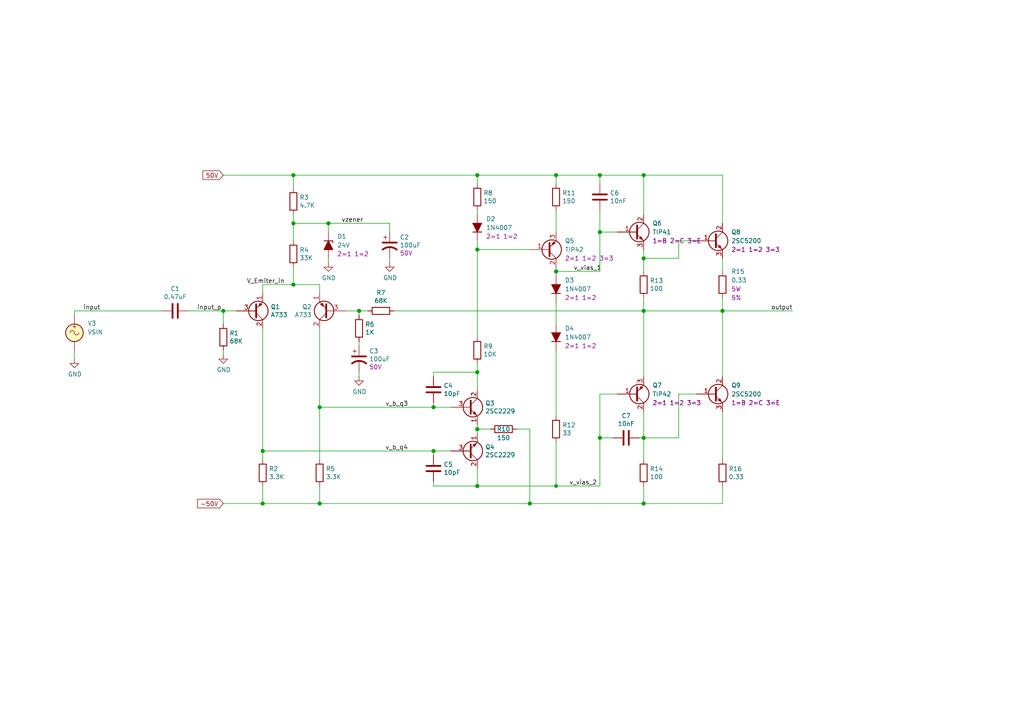
<source format=kicad_sch>
(kicad_sch (version 20231120) (generator "eeschema") (generator_version "8.0")
  (paper "A4")
  (title_block (title "Amplificador Zener 100W") (date "2021-06-23") (rev "v1.1.0") (company "https://maykolrey.com"))
  (lib_symbols
    (symbol "Device:C" (pin_numbers hide) (pin_names (offset 0.254))
      (property "Reference" "C" (at 0.635 2.54 0))
      (property "Value" "C" (at 0.635 -2.54 0))
      (symbol "C_0_1"
        (polyline (pts (xy -2.032 -0.762) (xy 2.032 -0.762)) (stroke (width 0.508)))
        (polyline (pts (xy -2.032 0.762) (xy 2.032 0.762)) (stroke (width 0.508)))
      )
      (symbol "C_1_1"
        (pin passive line (at 0 3.81 270) (length 2.794) (name "~") (number "1"))
        (pin passive line (at 0 -3.81 90) (length 2.794) (name "~") (number "2"))
      )
    )
    (symbol "Device:Q_NPN_BCE" (pin_names (offset 0) hide)
      (property "Reference" "Q" (at 5.08 1.27 0))
      (property "Value" "Q_NPN_BCE" (at 5.08 -1.27 0))
      (symbol "Q_NPN_BCE_0_1"
        (polyline (pts (xy 0.635 0.635) (xy 2.54 2.54)))
        (polyline (pts (xy 0.635 -0.635) (xy 2.54 -2.54) (xy 2.54 -2.54)))
        (polyline (pts (xy 0.635 1.905) (xy 0.635 -1.905) (xy 0.635 -1.905)) (stroke (width 0.508)))
        (polyline (pts (xy 1.27 -1.778) (xy 1.778 -1.27) (xy 2.286 -2.286) (xy 1.27 -1.778) (xy 1.27 -1.778)) (fill (type outline)))
        (circle (center 1.27 0) (radius 2.8194) (stroke (width 0.254)))
      )
      (symbol "Q_NPN_BCE_1_1"
        (pin input line (at -5.08 0 0) (length 5.715) (name "B") (number "1"))
        (pin passive line (at 2.54 5.08 270) (length 2.54) (name "C") (number "2"))
        (pin passive line (at 2.54 -5.08 90) (length 2.54) (name "E") (number "3"))
      )
    )
    (symbol "Device:Q_NPN_ECB" (pin_names (offset 0) hide)
      (property "Reference" "Q" (at 5.08 1.27 0))
      (property "Value" "Q_NPN_ECB" (at 5.08 -1.27 0))
      (symbol "Q_NPN_ECB_0_1"
        (polyline (pts (xy 0.635 0.635) (xy 2.54 2.54)))
        (polyline (pts (xy 0.635 -0.635) (xy 2.54 -2.54) (xy 2.54 -2.54)))
        (polyline (pts (xy 0.635 1.905) (xy 0.635 -1.905) (xy 0.635 -1.905)) (stroke (width 0.508)))
        (polyline (pts (xy 1.27 -1.778) (xy 1.778 -1.27) (xy 2.286 -2.286) (xy 1.27 -1.778) (xy 1.27 -1.778)) (fill (type outline)))
        (circle (center 1.27 0) (radius 2.8194) (stroke (width 0.254)))
      )
      (symbol "Q_NPN_ECB_1_1"
        (pin passive line (at 2.54 -5.08 90) (length 2.54) (name "E") (number "1"))
        (pin passive line (at 2.54 5.08 270) (length 2.54) (name "C") (number "2"))
        (pin passive line (at -5.08 0 0) (length 5.715) (name "B") (number "3"))
      )
    )
    (symbol "Device:Q_PNP_BCE" (pin_names (offset 0) hide)
      (property "Reference" "Q" (at 5.08 1.27 0))
      (property "Value" "Q_PNP_BCE" (at 5.08 -1.27 0))
      (symbol "Q_PNP_BCE_0_1"
        (polyline (pts (xy 0.635 0.635) (xy 2.54 2.54)))
        (polyline (pts (xy 0.635 -0.635) (xy 2.54 -2.54) (xy 2.54 -2.54)))
        (polyline (pts (xy 0.635 1.905) (xy 0.635 -1.905) (xy 0.635 -1.905)) (stroke (width 0.508)))
        (polyline (pts (xy 2.286 -1.778) (xy 1.778 -2.286) (xy 1.27 -1.27) (xy 2.286 -1.778) (xy 2.286 -1.778)) (fill (type outline)))
        (circle (center 1.27 0) (radius 2.8194) (stroke (width 0.254)))
      )
      (symbol "Q_PNP_BCE_1_1"
        (pin input line (at -5.08 0 0) (length 5.715) (name "B") (number "1"))
        (pin passive line (at 2.54 5.08 270) (length 2.54) (name "C") (number "2"))
        (pin passive line (at 2.54 -5.08 90) (length 2.54) (name "E") (number "3"))
      )
    )
    (symbol "Device:Q_PNP_ECB" (pin_names (offset 0) hide)
      (property "Reference" "Q" (at 5.08 1.27 0))
      (property "Value" "Q_PNP_ECB" (at 5.08 -1.27 0))
      (symbol "Q_PNP_ECB_0_1"
        (polyline (pts (xy 0.635 0.635) (xy 2.54 2.54)))
        (polyline (pts (xy 0.635 -0.635) (xy 2.54 -2.54) (xy 2.54 -2.54)))
        (polyline (pts (xy 0.635 1.905) (xy 0.635 -1.905) (xy 0.635 -1.905)) (stroke (width 0.508)))
        (polyline (pts (xy 2.286 -1.778) (xy 1.778 -2.286) (xy 1.27 -1.27) (xy 2.286 -1.778) (xy 2.286 -1.778)) (fill (type outline)))
        (circle (center 1.27 0) (radius 2.8194) (stroke (width 0.254)))
      )
      (symbol "Q_PNP_ECB_1_1"
        (pin passive line (at 2.54 -5.08 90) (length 2.54) (name "E") (number "1"))
        (pin passive line (at 2.54 5.08 270) (length 2.54) (name "C") (number "2"))
        (pin input line (at -5.08 0 0) (length 5.715) (name "B") (number "3"))
      )
    )
    (symbol "Device:R" (pin_numbers hide) (pin_names (offset 0))
      (property "Reference" "R" (at 2.032 0 90))
      (property "Value" "R" (at 0 0 90))
      (symbol "R_0_1"
        (rectangle (start -1.016 -2.54) (end 1.016 2.54) (stroke (width 0.254)))
      )
      (symbol "R_1_1"
        (pin passive line (at 0 3.81 270) (length 1.27) (name "~") (number "1"))
        (pin passive line (at 0 -3.81 90) (length 1.27) (name "~") (number "2"))
      )
    )
    (symbol "Simulation_SPICE:VDC" (pin_numbers hide) (pin_names (offset 0.0254))
      (property "Reference" "V" (at 2.54 2.54 0))
      (property "Value" "VDC" (at 2.54 0 0))
      (property "Spice_Model" "dc(1)" (at 2.54 -2.54 0))
      (symbol "VDC_0_0"
        (polyline (pts (xy -1.27 0.254) (xy 1.27 0.254)))
        (polyline (pts (xy -0.762 -0.254) (xy -1.27 -0.254)))
        (polyline (pts (xy 0.254 -0.254) (xy -0.254 -0.254)))
        (polyline (pts (xy 1.27 -0.254) (xy 0.762 -0.254)))
        (text "+" (at 0 1.905 0) (effects (font (size 1.27 1.27))))
      )
      (symbol "VDC_0_1"
        (circle (center 0 0) (radius 2.54) (stroke (width 0.254)) (fill (type background)))
      )
      (symbol "VDC_1_1"
        (pin passive line (at 0 5.08 270) (length 2.54) (name "~") (number "1"))
        (pin passive line (at 0 -5.08 90) (length 2.54) (name "~") (number "2"))
      )
    )
    (symbol "Simulation_SPICE:VSIN" (pin_numbers hide) (pin_names (offset 0.0254))
      (property "Reference" "V" (at 2.54 2.54 0))
      (property "Value" "VSIN" (at 2.54 0 0))
      (property "Spice_Model" "sin(0 1 1k)" (at 2.54 -2.54 0))
      (symbol "VSIN_0_0"
        (arc (start 0 0) (mid -0.635 0.6323) (end -1.27 0))
        (arc (start 0 0) (mid 0.635 -0.6323) (end 1.27 0))
        (text "+" (at 0 1.905 0) (effects (font (size 1.27 1.27))))
      )
      (symbol "VSIN_0_1"
        (circle (center 0 0) (radius 2.54) (stroke (width 0.254)) (fill (type background)))
      )
      (symbol "VSIN_1_1"
        (pin passive line (at 0 5.08 270) (length 2.54) (name "~") (number "1"))
        (pin passive line (at 0 -5.08 90) (length 2.54) (name "~") (number "2"))
      )
    )
    (symbol "amplificador_200w-rescue:CP1-Device" (pin_numbers hide) (pin_names (offset 0.254) hide)
      (property "Reference" "C" (at 0.635 2.54 0))
      (property "Value" "CP1-Device" (at 0.635 -2.54 0))
      (symbol "CP1-Device_0_1"
        (polyline (pts (xy -2.032 0.762) (xy 2.032 0.762)) (stroke (width 0.508)))
        (polyline (pts (xy -1.778 2.286) (xy -0.762 2.286)))
        (polyline (pts (xy -1.27 1.778) (xy -1.27 2.794)))
        (arc (start 2.032 -1.27) (mid 0 -0.5572) (end -2.032 -1.27) (stroke (width 0.508)))
      )
      (symbol "CP1-Device_1_1"
        (pin passive line (at 0 3.81 270) (length 2.794) (name "~") (number "1"))
        (pin passive line (at 0 -3.81 90) (length 3.302) (name "~") (number "2"))
      )
    )
    (symbol "amplificador_200w-rescue:D_ALT-Device" (pin_numbers hide) (pin_names (offset 1.016) hide)
      (property "Reference" "D" (at 0 2.54 0))
      (property "Value" "D_ALT-Device" (at 0 -2.54 0))
      (symbol "D_ALT-Device_0_1"
        (polyline (pts (xy -1.27 1.27) (xy -1.27 -1.27)) (stroke (width 0.254)))
        (polyline (pts (xy 1.27 0) (xy -1.27 0)))
        (polyline (pts (xy 1.27 1.27) (xy 1.27 -1.27) (xy -1.27 0) (xy 1.27 1.27)) (stroke (width 0.254)) (fill (type outline)))
      )
      (symbol "D_ALT-Device_1_1"
        (pin passive line (at -3.81 0 0) (length 2.54) (name "K") (number "1"))
        (pin passive line (at 3.81 0 180) (length 2.54) (name "A") (number "2"))
      )
    )
    (symbol "amplificador_200w-rescue:D_Zener_ALT-Device" (pin_numbers hide) (pin_names (offset 1.016) hide)
      (property "Reference" "D" (at 0 2.54 0))
      (property "Value" "D_Zener_ALT-Device" (at 0 -2.54 0))
      (symbol "D_Zener_ALT-Device_0_1"
        (polyline (pts (xy 1.27 0) (xy -1.27 0)))
        (polyline (pts (xy -1.27 -1.27) (xy -1.27 1.27) (xy -0.762 1.27)) (stroke (width 0.254)))
        (polyline (pts (xy 1.27 -1.27) (xy 1.27 1.27) (xy -1.27 0) (xy 1.27 -1.27)) (stroke (width 0.254)) (fill (type outline)))
      )
      (symbol "D_Zener_ALT-Device_1_1"
        (pin passive line (at -3.81 0 0) (length 2.54) (name "K") (number "1"))
        (pin passive line (at 3.81 0 180) (length 2.54) (name "A") (number "2"))
      )
    )
    (symbol "power:GND" (power) (pin_names (offset 0))
      (property "Value" "GND" (at 0 -3.81 0))
      (symbol "GND_0_1"
        (polyline (pts (xy 0 0) (xy 0 -1.27) (xy 1.27 -1.27) (xy 0 -2.54) (xy -1.27 -1.27) (xy 0 -1.27)))
      )
      (symbol "GND_1_1"
        (pin power_in line (at 0 0 270) (length 0) hide (name "GND") (number "1"))
      )
    )
  )
  (junction (at 138.43 50.8) (diameter 1.016))
  (junction (at 76.2 130.81) (diameter 1.016))
  (junction (at 138.43 72.39) (diameter 1.016))
  (junction (at 92.71 146.05) (diameter 1.016))
  (junction (at 64.77 90.17) (diameter 1.016))
  (junction (at 153.67 146.05) (diameter 1.016))
  (junction (at 104.14 90.17) (diameter 1.016))
  (junction (at 85.09 82.55) (diameter 1.016))
  (junction (at 209.55 90.17) (diameter 1.016))
  (junction (at 186.69 90.17) (diameter 1.016))
  (junction (at 161.29 140.97))
  (junction (at 138.43 124.46) (diameter 1.016))
  (junction (at 173.99 50.8) (diameter 1.016))
  (junction (at 92.71 118.11) (diameter 1.016))
  (junction (at 76.2 146.05) (diameter 1.016))
  (junction (at 186.69 50.8) (diameter 1.016))
  (junction (at 186.69 74.93) (diameter 1.016))
  (junction (at 138.43 107.95) (diameter 1.016))
  (junction (at 186.69 127) (diameter 1.016))
  (junction (at 186.69 146.05) (diameter 1.016))
  (junction (at 125.73 130.81) (diameter 1.016))
  (junction (at 173.99 127) (diameter 1.016))
  (junction (at 173.99 67.31) (diameter 1.016))
  (junction (at 125.73 118.11) (diameter 1.016))
  (junction (at 138.43 140.97) (diameter 1.016))
  (junction (at -44.45 8.89))
  (junction (at 85.09 64.77) (diameter 1.016))
  (junction (at 161.29 78.74) (diameter 1.016))
  (junction (at 85.09 50.8) (diameter 1.016))
  (junction (at 161.29 50.8) (diameter 1.016))
  (junction (at 95.25 64.77) (diameter 1.016))
  (wire (pts (xy 95.25 67.31) (xy 95.25 64.77)))
  (wire (pts (xy 209.55 90.17) (xy 186.69 90.17)))
  (wire (pts (xy 196.85 114.3) (xy 196.85 127)))
  (wire (pts (xy 209.55 50.8) (xy 186.69 50.8)))
  (wire (pts (xy 125.73 139.7) (xy 125.73 140.97)))
  (wire (pts (xy 209.55 146.05) (xy 186.69 146.05)))
  (wire (pts (xy 161.29 128.27) (xy 161.29 140.97)))
  (wire (pts (xy 95.25 76.2) (xy 95.25 74.93)))
  (wire (pts (xy 85.09 62.23) (xy 85.09 64.77)))
  (wire (pts (xy 113.03 67.31) (xy 113.03 64.77)))
  (wire (pts (xy 21.59 104.14) (xy 21.59 101.6)))
  (wire (pts (xy 138.43 72.39) (xy 138.43 97.79)))
  (wire (pts (xy 130.81 130.81) (xy 125.73 130.81)))
  (wire (pts (xy 186.69 146.05) (xy 153.67 146.05)))
  (wire (pts (xy 85.09 64.77) (xy 85.09 69.85)))
  (wire (pts (xy 186.69 119.38) (xy 186.69 127)))
  (wire (pts (xy -44.45 24.13) (xy -44.45 20.32)))
  (wire (pts (xy -44.45 8.89) (xy -44.45 10.16)))
  (wire (pts (xy 142.24 124.46) (xy 138.43 124.46)))
  (wire (pts (xy 209.55 64.77) (xy 209.55 50.8)))
  (wire (pts (xy 138.43 50.8) (xy 85.09 50.8)))
  (wire (pts (xy 138.43 124.46) (xy 138.43 125.73)))
  (wire (pts (xy 177.8 127) (xy 173.99 127)))
  (wire (pts (xy 201.93 69.85) (xy 196.85 69.85)))
  (wire (pts (xy 161.29 101.6) (xy 161.29 120.65)))
  (wire (pts (xy -44.45 -6.35) (xy -44.45 -2.54)))
  (wire (pts (xy 153.67 124.46) (xy 153.67 146.05)))
  (wire (pts (xy 186.69 72.39) (xy 186.69 74.93)))
  (wire (pts (xy 173.99 78.74) (xy 173.99 67.31)))
  (wire (pts (xy 161.29 53.34) (xy 161.29 50.8)))
  (wire (pts (xy 161.29 77.47) (xy 161.29 78.74)))
  (wire (pts (xy 76.2 130.81) (xy 76.2 95.25)))
  (wire (pts (xy 130.81 118.11) (xy 125.73 118.11)))
  (wire (pts (xy 92.71 95.25) (xy 92.71 118.11)))
  (wire (pts (xy -44.45 -6.35) (xy -36.83 -6.35)))
  (wire (pts (xy 173.99 127) (xy 173.99 114.3)))
  (wire (pts (xy 76.2 146.05) (xy 92.71 146.05)))
  (wire (pts (xy 54.61 90.17) (xy 64.77 90.17)))
  (wire (pts (xy 179.07 67.31) (xy 173.99 67.31)))
  (wire (pts (xy 92.71 85.09) (xy 92.71 82.55)))
  (wire (pts (xy 76.2 140.97) (xy 76.2 146.05)))
  (wire (pts (xy 114.3 90.17) (xy 186.69 90.17)))
  (wire (pts (xy 104.14 90.17) (xy 100.33 90.17)))
  (wire (pts (xy 161.29 140.97) (xy 173.99 140.97)))
  (wire (pts (xy 161.29 78.74) (xy 161.29 80.01)))
  (wire (pts (xy 138.43 140.97) (xy 161.29 140.97)))
  (wire (pts (xy 64.77 93.98) (xy 64.77 90.17)))
  (wire (pts (xy 92.71 146.05) (xy 92.71 140.97)))
  (wire (pts (xy 209.55 90.17) (xy 229.87 90.17)))
  (wire (pts (xy 201.93 114.3) (xy 196.85 114.3)))
  (wire (pts (xy 149.86 124.46) (xy 153.67 124.46)))
  (wire (pts (xy 209.55 86.36) (xy 209.55 90.17)))
  (wire (pts (xy 125.73 118.11) (xy 92.71 118.11)))
  (wire (pts (xy 64.77 102.87) (xy 64.77 101.6)))
  (wire (pts (xy 95.25 64.77) (xy 85.09 64.77)))
  (wire (pts (xy 85.09 82.55) (xy 76.2 82.55)))
  (wire (pts (xy 21.59 90.17) (xy 21.59 91.44)))
  (wire (pts (xy 85.09 50.8) (xy 85.09 54.61)))
  (wire (pts (xy 161.29 87.63) (xy 161.29 93.98)))
  (wire (pts (xy 76.2 133.35) (xy 76.2 130.81)))
  (wire (pts (xy 64.77 90.17) (xy 68.58 90.17)))
  (wire (pts (xy 125.73 116.84) (xy 125.73 118.11)))
  (wire (pts (xy 196.85 127) (xy 186.69 127)))
  (wire (pts (xy 76.2 82.55) (xy 76.2 85.09)))
  (wire (pts (xy 138.43 53.34) (xy 138.43 50.8)))
  (wire (pts (xy 138.43 140.97) (xy 138.43 135.89)))
  (wire (pts (xy 173.99 67.31) (xy 173.99 60.96)))
  (wire (pts (xy 186.69 62.23) (xy 186.69 50.8)))
  (wire (pts (xy 209.55 78.74) (xy 209.55 74.93)))
  (wire (pts (xy 196.85 69.85) (xy 196.85 74.93)))
  (wire (pts (xy -33.02 8.89) (xy -44.45 8.89)))
  (wire (pts (xy 138.43 113.03) (xy 138.43 107.95)))
  (wire (pts (xy 104.14 109.22) (xy 104.14 107.95)))
  (wire (pts (xy 92.71 118.11) (xy 92.71 133.35)))
  (wire (pts (xy 113.03 76.2) (xy 113.03 74.93)))
  (wire (pts (xy 125.73 140.97) (xy 138.43 140.97)))
  (wire (pts (xy 138.43 60.96) (xy 138.43 62.23)))
  (wire (pts (xy 209.55 109.22) (xy 209.55 90.17)))
  (wire (pts (xy 173.99 140.97) (xy 173.99 127)))
  (wire (pts (xy 138.43 107.95) (xy 125.73 107.95)))
  (wire (pts (xy 153.67 72.39) (xy 138.43 72.39)))
  (wire (pts (xy -36.83 24.13) (xy -44.45 24.13)))
  (wire (pts (xy 92.71 146.05) (xy 153.67 146.05)))
  (wire (pts (xy 186.69 127) (xy 185.42 127)))
  (wire (pts (xy 161.29 50.8) (xy 138.43 50.8)))
  (wire (pts (xy 125.73 132.08) (xy 125.73 130.81)))
  (wire (pts (xy 104.14 100.33) (xy 104.14 99.06)))
  (wire (pts (xy 196.85 74.93) (xy 186.69 74.93)))
  (wire (pts (xy 186.69 86.36) (xy 186.69 90.17)))
  (wire (pts (xy 64.77 50.8) (xy 85.09 50.8)))
  (wire (pts (xy 113.03 64.77) (xy 95.25 64.77)))
  (wire (pts (xy 161.29 60.96) (xy 161.29 67.31)))
  (wire (pts (xy 186.69 109.22) (xy 186.69 90.17)))
  (wire (pts (xy 21.59 90.17) (xy 46.99 90.17)))
  (wire (pts (xy 173.99 50.8) (xy 161.29 50.8)))
  (wire (pts (xy -44.45 8.89) (xy -44.45 7.62)))
  (wire (pts (xy 173.99 114.3) (xy 179.07 114.3)))
  (wire (pts (xy 186.69 133.35) (xy 186.69 127)))
  (wire (pts (xy 209.55 119.38) (xy 209.55 133.35)))
  (wire (pts (xy 85.09 77.47) (xy 85.09 82.55)))
  (wire (pts (xy 64.77 146.05) (xy 76.2 146.05)))
  (wire (pts (xy 125.73 107.95) (xy 125.73 109.22)))
  (wire (pts (xy 106.68 90.17) (xy 104.14 90.17)))
  (wire (pts (xy 138.43 105.41) (xy 138.43 107.95)))
  (wire (pts (xy 186.69 140.97) (xy 186.69 146.05)))
  (wire (pts (xy 209.55 140.97) (xy 209.55 146.05)))
  (wire (pts (xy 173.99 53.34) (xy 173.99 50.8)))
  (wire (pts (xy 186.69 74.93) (xy 186.69 78.74)))
  (wire (pts (xy 92.71 82.55) (xy 85.09 82.55)))
  (wire (pts (xy 104.14 91.44) (xy 104.14 90.17)))
  (wire (pts (xy 186.69 50.8) (xy 173.99 50.8)))
  (wire (pts (xy 138.43 69.85) (xy 138.43 72.39)))
  (wire (pts (xy 161.29 78.74) (xy 173.99 78.74)))
  (wire (pts (xy 138.43 123.19) (xy 138.43 124.46)))
  (wire (pts (xy 125.73 130.81) (xy 76.2 130.81)))
  (label "input" (at 24.13 90.17 0))
  (label "v_vias_1" (at 166.37 78.74 0))
  (label "v_b_q4" (at 111.76 130.81 0))
  (label "v_b_q3" (at 111.76 118.11 0))
  (label "v_vias_2" (at 165.1 140.97 0))
  (label "input_p" (at 57.15 90.17 0))
  (label "V_Emiter_in" (at 82.55 82.55 180))
  (label "output" (at 229.87 90.17 180))
  (label "vzener" (at 99.06 64.77 0))
  (global_label "50V" (shape output) (at -36.83 -6.35 0) (property "Intersheetrefs" "${INTERSHEET_REFS}" (effects (hide yes))))
  (global_label "-50V" (shape input) (at 64.77 146.05 180) (property "Intersheetrefs" "${INTERSHEET_REFS}" (effects (hide yes))))
  (global_label "-50V" (shape output) (at -36.83 24.13 0) (property "Intersheetrefs" "${INTERSHEET_REFS}" (effects (hide yes))))
  (global_label "50V" (shape input) (at 64.77 50.8 180) (property "Intersheetrefs" "${INTERSHEET_REFS}" (effects (hide yes))))
  (symbol (lib_id "power:GND") (at 21.59 104.14 0) (unit 1)
    (property "Reference" "#PWR0101" (effects (hide yes)))
    (property "Value" "GND" (at 21.717 108.5342 0))
  )
  (symbol (lib_id "power:GND") (at -33.02 8.89 90) (unit 1)
    (property "Reference" "#PWR01" (effects (hide yes)))
    (property "Value" "GND" (at -28.6258 8.763 0))
  )
  (symbol (lib_id "Device:Q_PNP_ECB") (at 73.66 90.17 0) (mirror x) (unit 1)
    (property "Reference" "Q1" (at 78.486 89.0016 0) (effects (justify left)))
    (property "Value" "A733" (at 78.486 91.313 0) (effects (justify left)))
    (property "Footprint" "Package_TO_SOT_THT:TO-92L_HandSolder" (effects (hide yes)))
    (property "Mfg Part #" "KSA733CGBU" (effects (hide yes)))
    (property "Sim.Library" "/home/maykol/Documentos/spice/2n3906.mod" (effects (hide yes)))
    (property "Sim.Name" "KSA733" (effects (hide yes)))
    (property "Sim.Pins" "2=1 3=2 1=3" (effects (hide yes)))
  )
  (symbol (lib_id "Device:Q_PNP_ECB") (at 95.25 90.17 180) (unit 1)
    (property "Reference" "Q2" (at 90.3986 89.0016 0) (effects (justify left)))
    (property "Value" "A733" (at 90.3986 91.313 0) (effects (justify left)))
    (property "Footprint" "Package_TO_SOT_THT:TO-92L_HandSolder" (effects (hide yes)))
    (property "Mfg Part #" "KSA733CGBU" (effects (hide yes)))
    (property "Sim.Library" "/home/maykol/Documentos/spice/2n3906.mod" (effects (hide yes)))
    (property "Sim.Name" "KSA733" (effects (hide yes)))
    (property "Sim.Pins" "2=1 3=2 1=3" (effects (hide yes)))
  )
  (symbol (lib_id "Device:R") (at 76.2 137.16 0) (unit 1)
    (property "Reference" "R2" (at 77.978 135.9916 0) (effects (justify left)))
    (property "Value" "3.3K" (at 77.978 138.303 0) (effects (justify left)))
    (property "Footprint" "Resistor_THT:R_Axial_DIN0207_L6.3mm_D2.5mm_P7.62mm_Horizontal" (effects (hide yes)))
  )
  (symbol (lib_id "Device:R") (at 92.71 137.16 0) (unit 1)
    (property "Reference" "R5" (at 94.488 135.9916 0) (effects (justify left)))
    (property "Value" "3.3K" (at 94.488 138.303 0) (effects (justify left)))
    (property "Footprint" "Resistor_THT:R_Axial_DIN0207_L6.3mm_D2.5mm_P7.62mm_Horizontal" (effects (hide yes)))
  )
  (symbol (lib_id "Device:R") (at 64.77 97.79 0) (unit 1)
    (property "Reference" "R1" (at 66.548 96.6216 0) (effects (justify left)))
    (property "Value" "68K" (at 66.548 98.933 0) (effects (justify left)))
    (property "Footprint" "Resistor_THT:R_Axial_DIN0207_L6.3mm_D2.5mm_P7.62mm_Horizontal" (effects (hide yes)))
  )
  (symbol (lib_id "Device:C") (at 50.8 90.17 270) (unit 1)
    (property "Reference" "C1" (at 50.8 83.7692 90))
    (property "Value" "0.47uF" (at 50.8 86.0806 90))
    (property "Footprint" "Capacitor_THT:C_Disc_D9.0mm_W2.5mm_P5.00mm" (effects (hide yes)))
  )
  (symbol (lib_id "power:GND") (at 64.77 102.87 0) (unit 1)
    (property "Reference" "#PWR02" (effects (hide yes)))
    (property "Value" "GND" (at 64.897 107.2642 0))
  )
  (symbol (lib_id "Device:R") (at 85.09 73.66 0) (unit 1)
    (property "Reference" "R4" (at 86.868 72.4916 0) (effects (justify left)))
    (property "Value" "33K" (at 86.868 74.803 0) (effects (justify left)))
    (property "Footprint" "Resistor_THT:R_Axial_DIN0207_L6.3mm_D2.5mm_P7.62mm_Horizontal" (effects (hide yes)))
  )
  (symbol (lib_id "amplificador_200w-rescue:D_Zener_ALT-Device") (at 95.25 71.12 270) (unit 1)
    (property "Reference" "D1" (at 97.79 68.5799 90) (effects (justify left)))
    (property "Value" "24V" (at 97.79 71.1199 90) (effects (justify left)))
    (property "Footprint" "Diode_THT:D_A-405_P10.16mm_Horizontal" (effects (hide yes)))
    (property "Sim.Library" "/home/maykol/Documentos/spice/kdzvtf24b.lib" (effects (hide yes)))
    (property "Sim.Name" "DKDZVTF24B" (effects (hide yes)))
    (property "Sim.Pins" "2=1 1=2" (at 97.79 73.6599 90) (effects (justify left)))
  )
  (symbol (lib_id "amplificador_200w-rescue:CP1-Device") (at 113.03 71.12 0) (unit 1)
    (property "Reference" "C2" (at 115.951 68.8086 0) (effects (justify left)))
    (property "Value" "100uF" (at 115.951 71.12 0) (effects (justify left)))
    (property "Footprint" "Capacitor_THT:CP_Radial_D8.0mm_P3.50mm" (effects (hide yes)))
    (property "V" "50V" (at 115.951 73.4314 0) (effects (justify left)))
  )
  (symbol (lib_id "power:GND") (at 95.25 76.2 0) (unit 1)
    (property "Reference" "#PWR03" (effects (hide yes)))
    (property "Value" "GND" (at 95.377 80.5942 0))
  )
  (symbol (lib_id "Device:R") (at 85.09 58.42 0) (unit 1)
    (property "Reference" "R3" (at 86.868 57.2516 0) (effects (justify left)))
    (property "Value" "4.7K" (at 86.868 59.563 0) (effects (justify left)))
    (property "Footprint" "Resistor_THT:R_Axial_DIN0207_L6.3mm_D2.5mm_P7.62mm_Horizontal" (effects (hide yes)))
  )
  (symbol (lib_id "Device:R") (at 104.14 95.25 0) (unit 1)
    (property "Reference" "R6" (at 105.918 94.0816 0) (effects (justify left)))
    (property "Value" "1K" (at 105.918 96.393 0) (effects (justify left)))
    (property "Footprint" "Resistor_THT:R_Axial_DIN0207_L6.3mm_D2.5mm_P7.62mm_Horizontal" (effects (hide yes)))
  )
  (symbol (lib_id "amplificador_200w-rescue:CP1-Device") (at 104.14 104.14 0) (unit 1)
    (property "Reference" "C3" (at 107.061 101.8286 0) (effects (justify left)))
    (property "Value" "100uF" (at 107.061 104.14 0) (effects (justify left)))
    (property "Footprint" "Capacitor_THT:CP_Radial_D8.0mm_P3.50mm" (effects (hide yes)))
    (property "V" "50V" (at 107.061 106.4514 0) (effects (justify left)))
  )
  (symbol (lib_id "Device:R") (at 110.49 90.17 270) (unit 1)
    (property "Reference" "R7" (at 110.49 84.9122 90))
    (property "Value" "68K" (at 110.49 87.2236 90))
    (property "Footprint" "Resistor_THT:R_Axial_DIN0207_L6.3mm_D2.5mm_P7.62mm_Horizontal" (effects (hide yes)))
  )
  (symbol (lib_id "power:GND") (at 113.03 76.2 0) (unit 1)
    (property "Reference" "#PWR04" (effects (hide yes)))
    (property "Value" "GND" (at 113.157 80.5942 0))
  )
  (symbol (lib_id "power:GND") (at 104.14 109.22 0) (unit 1)
    (property "Reference" "#PWR05" (effects (hide yes)))
    (property "Value" "GND" (at 104.267 113.6142 0))
  )
  (symbol (lib_id "Device:Q_NPN_ECB") (at 135.89 118.11 0) (unit 1)
    (property "Reference" "Q3" (at 140.716 116.9416 0) (effects (justify left)))
    (property "Value" "2SC2229" (at 140.716 119.253 0) (effects (justify left)))
    (property "Footprint" "Package_TO_SOT_THT:TO-92L_HandSolder" (effects (hide yes)))
    (property "Sim.Library" "/home/maykol/Documentos/spice/2n3906.mod" (effects (hide yes)))
    (property "Sim.Name" "2SC2229" (effects (hide yes)))
    (property "Sim.Pins" "2=1 3=2 1=3" (effects (hide yes)))
  )
  (symbol (lib_id "Device:Q_NPN_ECB") (at 135.89 130.81 0) (mirror x) (unit 1)
    (property "Reference" "Q4" (at 140.716 129.6416 0) (effects (justify left)))
    (property "Value" "2SC2229" (at 140.716 131.953 0) (effects (justify left)))
    (property "Footprint" "Package_TO_SOT_THT:TO-92L_HandSolder" (effects (hide yes)))
    (property "Sim.Library" "/home/maykol/Documentos/spice/2n3906.mod" (effects (hide yes)))
    (property "Sim.Name" "2SC2229" (effects (hide yes)))
    (property "Sim.Pins" "2=1 3=2 1=3" (effects (hide yes)))
  )
  (symbol (lib_id "Device:R") (at 146.05 124.46 270) (unit 1)
    (property "Reference" "R10" (at 146.05 124.46 90))
    (property "Value" "150" (at 146.05 127 90))
    (property "Footprint" "Resistor_THT:R_Axial_DIN0207_L6.3mm_D2.5mm_P7.62mm_Horizontal" (effects (hide yes)))
  )
  (symbol (lib_id "Device:C") (at 125.73 113.03 180) (unit 1)
    (property "Reference" "C4" (at 128.651 111.8616 0) (effects (justify right)))
    (property "Value" "10pF" (at 128.651 114.173 0) (effects (justify right)))
    (property "Footprint" "Capacitor_THT:C_Disc_D5.0mm_W2.5mm_P5.00mm" (effects (hide yes)))
  )
  (symbol (lib_id "Device:C") (at 125.73 135.89 180) (unit 1)
    (property "Reference" "C5" (at 128.651 134.7216 0) (effects (justify right)))
    (property "Value" "10pF" (at 128.651 137.033 0) (effects (justify right)))
    (property "Footprint" "Capacitor_THT:C_Disc_D5.0mm_W2.5mm_P5.00mm" (effects (hide yes)))
  )
  (symbol (lib_id "Device:R") (at 138.43 101.6 180) (unit 1)
    (property "Reference" "R9" (at 140.208 100.4316 0) (effects (justify right)))
    (property "Value" "10K" (at 140.208 102.743 0) (effects (justify right)))
    (property "Footprint" "Resistor_THT:R_Axial_DIN0207_L6.3mm_D2.5mm_P7.62mm_Horizontal" (effects (hide yes)))
  )
  (symbol (lib_id "amplificador_200w-rescue:D_ALT-Device") (at 138.43 66.04 90) (unit 1)
    (property "Reference" "D2" (at 140.97 63.4999 90) (effects (justify right)))
    (property "Value" "1N4007" (at 140.97 66.0399 90) (effects (justify right)))
    (property "Footprint" "Diode_THT:D_DO-41_SOD81_P10.16mm_Horizontal" (effects (hide yes)))
    (property "Sim.Library" "/home/maykol/Documentos/spice/2n3906.mod" (effects (hide yes)))
    (property "Sim.Name" "1N4007" (effects (hide yes)))
    (property "Sim.Pins" "2=1 1=2" (at 140.97 68.5799 90) (effects (justify right)))
  )
  (symbol (lib_id "Device:R") (at 138.43 57.15 180) (unit 1)
    (property "Reference" "R8" (at 140.208 55.9816 0) (effects (justify right)))
    (property "Value" "150" (at 140.208 58.293 0) (effects (justify right)))
    (property "Footprint" "Resistor_THT:R_Axial_DIN0207_L6.3mm_D2.5mm_P7.62mm_Horizontal" (effects (hide yes)))
  )
  (symbol (lib_id "amplificador_200w-rescue:D_ALT-Device") (at 161.29 97.79 90) (unit 1)
    (property "Reference" "D4" (at 163.83 95.2499 90) (effects (justify right)))
    (property "Value" "1N4007" (at 163.83 97.7899 90) (effects (justify right)))
    (property "Footprint" "Diode_THT:D_DO-41_SOD81_P10.16mm_Horizontal" (effects (hide yes)))
    (property "Sim.Library" "/home/maykol/Documentos/spice/2n3906.mod" (effects (hide yes)))
    (property "Sim.Name" "1N4007" (effects (hide yes)))
    (property "Sim.Pins" "2=1 1=2" (at 163.83 100.3299 90) (effects (justify right)))
  )
  (symbol (lib_id "amplificador_200w-rescue:D_ALT-Device") (at 161.29 83.82 90) (unit 1)
    (property "Reference" "D3" (at 163.83 81.2799 90) (effects (justify right)))
    (property "Value" "1N4007" (at 163.83 83.8199 90) (effects (justify right)))
    (property "Footprint" "Diode_THT:D_DO-41_SOD81_P10.16mm_Horizontal" (effects (hide yes)))
    (property "Sim.Library" "/home/maykol/Documentos/spice/2n3906.mod" (effects (hide yes)))
    (property "Sim.Name" "1N4007" (effects (hide yes)))
    (property "Sim.Pins" "2=1 1=2" (at 163.83 86.3599 90) (effects (justify right)))
  )
  (symbol (lib_id "Device:Q_PNP_BCE") (at 158.75 72.39 0) (mirror x) (unit 1)
    (property "Reference" "Q5" (at 163.83 69.8499 0) (effects (justify left)))
    (property "Value" "TIP42" (at 163.83 72.3899 0) (effects (justify left)))
    (property "Footprint" "Package_TO_SOT_THT:TO-220-3_Vertical" (effects (hide yes)))
    (property "Sim.Library" "/home/maykol/Documentos/spice/2n5401.lib" (effects (hide yes)))
    (property "Sim.Name" "2N5401" (effects (hide yes)))
    (property "Sim.Pins" "2=1 1=2 3=3" (at 163.83 74.9299 0) (effects (justify left)))
  )
  (symbol (lib_id "Device:R") (at 161.29 57.15 180) (unit 1)
    (property "Reference" "R11" (at 163.068 55.9816 0) (effects (justify right)))
    (property "Value" "150" (at 163.068 58.293 0) (effects (justify right)))
    (property "Footprint" "Resistor_THT:R_Axial_DIN0207_L6.3mm_D2.5mm_P7.62mm_Horizontal" (effects (hide yes)))
  )
  (symbol (lib_id "Device:Q_PNP_BCE") (at 184.15 114.3 0) (mirror x) (unit 1)
    (property "Reference" "Q7" (at 189.23 111.7599 0) (effects (justify left)))
    (property "Value" "TIP42" (at 189.23 114.2999 0) (effects (justify left)))
    (property "Footprint" "Package_TO_SOT_THT:TO-220-3_Vertical" (effects (hide yes)))
    (property "Sim.Library" "/home/maykol/Documentos/spice/2n5551.lib" (effects (hide yes)))
    (property "Sim.Name" "2N5551" (effects (hide yes)))
    (property "Sim.Pins" "2=1 1=2 3=3" (at 189.23 116.8399 0) (effects (justify left)))
  )
  (symbol (lib_id "Device:Q_NPN_BCE") (at 184.15 67.31 0) (unit 1)
    (property "Reference" "Q6" (at 189.23 64.7699 0) (effects (justify left)))
    (property "Value" "TIP41" (at 189.23 67.3099 0) (effects (justify left)))
    (property "Footprint" "Package_TO_SOT_THT:TO-220-3_Vertical" (effects (hide yes)))
    (property "Sim.Library" "/home/maykol/Documentos/spice/2n5551.lib" (effects (hide yes)))
    (property "Sim.Name" "2N5551" (effects (hide yes)))
    (property "Sim.Pins" "1=B 2=C 3=E" (at 189.23 69.8499 0) (effects (justify left)))
    (property "Sim.Device" "NPN" (effects (hide yes)))
    (property "Sim.Type" "GUMMELPOON" (effects (hide yes)))
  )
  (symbol (lib_id "Device:C") (at 173.99 57.15 180) (unit 1)
    (property "Reference" "C6" (at 176.911 55.9816 0) (effects (justify right)))
    (property "Value" "10nF" (at 176.911 58.293 0) (effects (justify right)))
    (property "Footprint" "Capacitor_THT:C_Disc_D9.0mm_W2.5mm_P5.00mm" (effects (hide yes)))
  )
  (symbol (lib_id "Device:R") (at 186.69 82.55 180) (unit 1)
    (property "Reference" "R13" (at 188.468 81.3816 0) (effects (justify right)))
    (property "Value" "100" (at 188.468 83.693 0) (effects (justify right)))
    (property "Footprint" "Resistor_THT:R_Axial_DIN0516_L15.5mm_D5.0mm_P20.32mm_Horizontal" (effects (hide yes)))
  )
  (symbol (lib_id "Device:C") (at 181.61 127 90) (unit 1)
    (property "Reference" "C7" (at 181.61 120.5992 90))
    (property "Value" "10nF" (at 181.61 122.9106 90))
    (property "Footprint" "Capacitor_THT:C_Disc_D9.0mm_W2.5mm_P5.00mm" (effects (hide yes)))
  )
  (symbol (lib_id "Device:R") (at 186.69 137.16 180) (unit 1)
    (property "Reference" "R14" (at 188.468 135.9916 0) (effects (justify right)))
    (property "Value" "100" (at 188.468 138.303 0) (effects (justify right)))
    (property "Footprint" "Resistor_THT:R_Axial_DIN0516_L15.5mm_D5.0mm_P20.32mm_Horizontal" (effects (hide yes)))
  )
  (symbol (lib_id "Device:Q_NPN_BCE") (at 207.01 69.85 0) (unit 1)
    (property "Reference" "Q8" (at 212.09 67.3099 0) (effects (justify left)))
    (property "Value" "2SC5200" (at 212.09 69.8499 0) (effects (justify left)))
    (property "Footprint" "Package_TO_SOT_THT:TO-264-3_Vertical" (effects (hide yes)))
    (property "Sim.Library" "/home/maykol/Documentos/spice/2SC5200.mod" (effects (hide yes)))
    (property "Sim.Name" "2SC5200" (effects (hide yes)))
    (property "Sim.Pins" "2=1 1=2 3=3" (at 212.09 72.3899 0) (effects (justify left)))
  )
  (symbol (lib_id "Device:R") (at 209.55 82.55 180) (unit 1)
    (property "Reference" "R15" (at 212.09 78.7399 0) (effects (justify right)))
    (property "Value" "0.33" (at 212.09 81.2799 0) (effects (justify right)))
    (property "Footprint" "Resistor_THT:R_Axial_Power_L25.0mm_W9.0mm_P10.16mm_Vertical" (effects (hide yes)))
    (property "P" "5W" (at 212.09 83.8199 0) (effects (justify right)))
    (property "Campo7" "5%" (at 212.09 86.3599 0) (effects (justify right)))
  )
  (symbol (lib_id "Device:Q_NPN_BCE") (at 207.01 114.3 0) (unit 1)
    (property "Reference" "Q9" (at 212.09 111.7599 0) (effects (justify left)))
    (property "Value" "2SC5200" (at 212.09 114.2999 0) (effects (justify left)))
    (property "Footprint" "Package_TO_SOT_THT:TO-264-3_Vertical" (effects (hide yes)))
    (property "Sim.Library" "/home/maykol/Documentos/spice/2SC5200.mod" (effects (hide yes)))
    (property "Sim.Name" "2SC5200" (effects (hide yes)))
    (property "Sim.Pins" "1=B 2=C 3=E" (at 212.09 116.8399 0) (effects (justify left)))
    (property "Sim.Device" "NPN" (effects (hide yes)))
    (property "Sim.Type" "GUMMELPOON" (effects (hide yes)))
  )
  (symbol (lib_id "Device:R") (at 209.55 137.16 180) (unit 1)
    (property "Reference" "R16" (at 211.328 135.9916 0) (effects (justify right)))
    (property "Value" "0.33" (at 211.328 138.303 0) (effects (justify right)))
    (property "Footprint" "Resistor_THT:R_Axial_Power_L25.0mm_W9.0mm_P10.16mm_Vertical" (effects (hide yes)))
  )
  (symbol (lib_id "Simulation_SPICE:VDC") (at -44.45 2.54 0) (unit 1)
    (property "Reference" "V1" (at -39.37 -0.1899 0) (effects (justify left)))
    (property "Value" "50" (at -39.37 2.3501 0) (effects (justify left)))
    (property "Sim.Device" "V" (effects (hide yes)))
    (property "Sim.Type" "DC" (effects (hide yes)))
    (property "Sim.Pins" "1=+ 2=-" (effects (hide yes)))
  )
  (symbol (lib_id "Device:R") (at 161.29 124.46 180) (unit 1)
    (property "Reference" "R12" (at 163.068 123.2916 0) (effects (justify right)))
    (property "Value" "33" (at 163.068 125.603 0) (effects (justify right)))
    (property "Footprint" "Resistor_THT:R_Axial_DIN0207_L6.3mm_D2.5mm_P7.62mm_Horizontal" (effects (hide yes)))
  )
  (symbol (lib_id "Simulation_SPICE:VSIN") (at 21.59 96.52 0) (unit 1)
    (property "Reference" "V3" (at 25.4 93.7901 0) (effects (justify left)))
    (property "Value" "VSIN" (at 25.4 96.3301 0) (effects (justify left)))
    (property "Sim.Device" "SPICE" (effects (hide yes)))
    (property "Sim.Params" "type=\"V\" model=\"dc 1 ac 1 sin(0 1 1k)\" lib=\"\"" (effects (hide yes)))
    (property "Sim.Pins" "1=1 2=2" (effects (hide yes)))
  )
  (symbol (lib_id "Simulation_SPICE:VDC") (at -44.45 15.24 0) (unit 1)
    (property "Reference" "V2" (at -39.37 12.5101 0) (effects (justify left)))
    (property "Value" "50" (at -39.37 15.0501 0) (effects (justify left)))
    (property "Sim.Device" "V" (effects (hide yes)))
    (property "Sim.Type" "DC" (effects (hide yes)))
    (property "Sim.Pins" "1=+ 2=-" (effects (hide yes)))
  )
)
</source>
